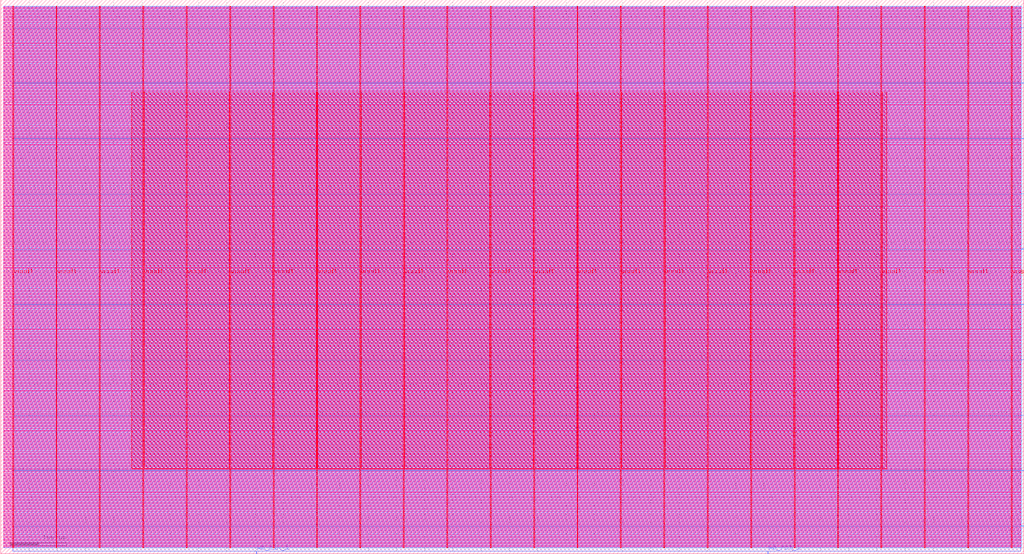
<source format=lef>
VERSION 5.7 ;
  NOWIREEXTENSIONATPIN ON ;
  DIVIDERCHAR "/" ;
  BUSBITCHARS "[]" ;
MACRO SLOPEDETECT
  CLASS BLOCK ;
  FOREIGN SLOPEDETECT ;
  ORIGIN 0.000 0.000 ;
  SIZE 1810.000 BY 980.000 ;
  PIN io_in[0]
    DIRECTION INPUT ;
    USE SIGNAL ;
    ANTENNAGATEAREA 0.196500 ;
    PORT
      LAYER met3 ;
        RECT 1806.000 49.000 1810.000 49.600 ;
    END
  END io_in[0]
  PIN io_in[1]
    DIRECTION INPUT ;
    USE SIGNAL ;
    ANTENNAGATEAREA 0.495000 ;
    PORT
      LAYER met3 ;
        RECT 1806.000 342.760 1810.000 343.360 ;
    END
  END io_in[1]
  PIN io_oeb[0]
    DIRECTION OUTPUT TRISTATE ;
    USE SIGNAL ;
    PORT
      LAYER met3 ;
        RECT 1806.000 244.840 1810.000 245.440 ;
    END
  END io_oeb[0]
  PIN io_oeb[1]
    DIRECTION OUTPUT TRISTATE ;
    USE SIGNAL ;
    PORT
      LAYER met3 ;
        RECT 1806.000 538.600 1810.000 539.200 ;
    END
  END io_oeb[1]
  PIN io_oeb[2]
    DIRECTION OUTPUT TRISTATE ;
    USE SIGNAL ;
    PORT
      LAYER met3 ;
        RECT 1806.000 734.440 1810.000 735.040 ;
    END
  END io_oeb[2]
  PIN io_oeb[3]
    DIRECTION OUTPUT TRISTATE ;
    USE SIGNAL ;
    PORT
      LAYER met3 ;
        RECT 1806.000 930.280 1810.000 930.880 ;
    END
  END io_oeb[3]
  PIN io_out[0]
    DIRECTION OUTPUT TRISTATE ;
    USE SIGNAL ;
    ANTENNADIFFAREA 2.673000 ;
    PORT
      LAYER met3 ;
        RECT 1806.000 146.920 1810.000 147.520 ;
    END
  END io_out[0]
  PIN io_out[1]
    DIRECTION OUTPUT TRISTATE ;
    USE SIGNAL ;
    ANTENNADIFFAREA 2.673000 ;
    PORT
      LAYER met3 ;
        RECT 1806.000 440.680 1810.000 441.280 ;
    END
  END io_out[1]
  PIN io_out[2]
    DIRECTION OUTPUT TRISTATE ;
    USE SIGNAL ;
    ANTENNADIFFAREA 2.673000 ;
    PORT
      LAYER met3 ;
        RECT 1806.000 636.520 1810.000 637.120 ;
    END
  END io_out[2]
  PIN io_out[3]
    DIRECTION OUTPUT TRISTATE ;
    USE SIGNAL ;
    ANTENNADIFFAREA 2.673000 ;
    PORT
      LAYER met3 ;
        RECT 1806.000 832.360 1810.000 832.960 ;
    END
  END io_out[3]
  PIN vccd1
    DIRECTION INOUT ;
    USE POWER ;
    PORT
      LAYER met4 ;
        RECT 21.040 10.640 22.640 968.560 ;
    END
    PORT
      LAYER met4 ;
        RECT 174.640 10.640 176.240 968.560 ;
    END
    PORT
      LAYER met4 ;
        RECT 328.240 10.640 329.840 968.560 ;
    END
    PORT
      LAYER met4 ;
        RECT 481.840 10.640 483.440 968.560 ;
    END
    PORT
      LAYER met4 ;
        RECT 635.440 10.640 637.040 968.560 ;
    END
    PORT
      LAYER met4 ;
        RECT 789.040 10.640 790.640 968.560 ;
    END
    PORT
      LAYER met4 ;
        RECT 942.640 10.640 944.240 968.560 ;
    END
    PORT
      LAYER met4 ;
        RECT 1096.240 10.640 1097.840 968.560 ;
    END
    PORT
      LAYER met4 ;
        RECT 1249.840 10.640 1251.440 968.560 ;
    END
    PORT
      LAYER met4 ;
        RECT 1403.440 10.640 1405.040 968.560 ;
    END
    PORT
      LAYER met4 ;
        RECT 1557.040 10.640 1558.640 968.560 ;
    END
    PORT
      LAYER met4 ;
        RECT 1710.640 10.640 1712.240 968.560 ;
    END
  END vccd1
  PIN vssd1
    DIRECTION INOUT ;
    USE GROUND ;
    PORT
      LAYER met4 ;
        RECT 97.840 10.640 99.440 968.560 ;
    END
    PORT
      LAYER met4 ;
        RECT 251.440 10.640 253.040 968.560 ;
    END
    PORT
      LAYER met4 ;
        RECT 405.040 10.640 406.640 968.560 ;
    END
    PORT
      LAYER met4 ;
        RECT 558.640 10.640 560.240 968.560 ;
    END
    PORT
      LAYER met4 ;
        RECT 712.240 10.640 713.840 968.560 ;
    END
    PORT
      LAYER met4 ;
        RECT 865.840 10.640 867.440 968.560 ;
    END
    PORT
      LAYER met4 ;
        RECT 1019.440 10.640 1021.040 968.560 ;
    END
    PORT
      LAYER met4 ;
        RECT 1173.040 10.640 1174.640 968.560 ;
    END
    PORT
      LAYER met4 ;
        RECT 1326.640 10.640 1328.240 968.560 ;
    END
    PORT
      LAYER met4 ;
        RECT 1480.240 10.640 1481.840 968.560 ;
    END
    PORT
      LAYER met4 ;
        RECT 1633.840 10.640 1635.440 968.560 ;
    END
    PORT
      LAYER met4 ;
        RECT 1787.440 10.640 1789.040 968.560 ;
    END
  END vssd1
  PIN wb_clk_i
    DIRECTION INPUT ;
    USE SIGNAL ;
    ANTENNAGATEAREA 0.852000 ;
    PORT
      LAYER met2 ;
        RECT 452.270 0.000 452.550 4.000 ;
    END
  END wb_clk_i
  PIN wb_rst_i
    DIRECTION INPUT ;
    USE SIGNAL ;
    ANTENNAGATEAREA 0.742500 ;
    PORT
      LAYER met2 ;
        RECT 1357.090 0.000 1357.370 4.000 ;
    END
  END wb_rst_i
  OBS
      LAYER nwell ;
        RECT 5.330 964.185 1804.310 967.015 ;
        RECT 5.330 958.745 1804.310 961.575 ;
        RECT 5.330 953.305 1804.310 956.135 ;
        RECT 5.330 947.865 1804.310 950.695 ;
        RECT 5.330 942.425 1804.310 945.255 ;
        RECT 5.330 936.985 1804.310 939.815 ;
        RECT 5.330 931.545 1804.310 934.375 ;
        RECT 5.330 926.105 1804.310 928.935 ;
        RECT 5.330 920.665 1804.310 923.495 ;
        RECT 5.330 915.225 1804.310 918.055 ;
        RECT 5.330 909.785 1804.310 912.615 ;
        RECT 5.330 904.345 1804.310 907.175 ;
        RECT 5.330 898.905 1804.310 901.735 ;
        RECT 5.330 893.465 1804.310 896.295 ;
        RECT 5.330 888.025 1804.310 890.855 ;
        RECT 5.330 882.585 1804.310 885.415 ;
        RECT 5.330 877.145 1804.310 879.975 ;
        RECT 5.330 871.705 1804.310 874.535 ;
        RECT 5.330 866.265 1804.310 869.095 ;
        RECT 5.330 860.825 1804.310 863.655 ;
        RECT 5.330 855.385 1804.310 858.215 ;
        RECT 5.330 849.945 1804.310 852.775 ;
        RECT 5.330 844.505 1804.310 847.335 ;
        RECT 5.330 839.065 1804.310 841.895 ;
        RECT 5.330 833.625 1804.310 836.455 ;
        RECT 5.330 828.185 1804.310 831.015 ;
        RECT 5.330 822.745 1804.310 825.575 ;
        RECT 5.330 817.305 1804.310 820.135 ;
        RECT 5.330 811.865 1804.310 814.695 ;
        RECT 5.330 806.425 1804.310 809.255 ;
        RECT 5.330 800.985 1804.310 803.815 ;
        RECT 5.330 795.545 1804.310 798.375 ;
        RECT 5.330 790.105 1804.310 792.935 ;
        RECT 5.330 784.665 1804.310 787.495 ;
        RECT 5.330 779.225 1804.310 782.055 ;
        RECT 5.330 773.785 1804.310 776.615 ;
        RECT 5.330 768.345 1804.310 771.175 ;
        RECT 5.330 762.905 1804.310 765.735 ;
        RECT 5.330 757.465 1804.310 760.295 ;
        RECT 5.330 752.025 1804.310 754.855 ;
        RECT 5.330 746.585 1804.310 749.415 ;
        RECT 5.330 741.145 1804.310 743.975 ;
        RECT 5.330 735.705 1804.310 738.535 ;
        RECT 5.330 730.265 1804.310 733.095 ;
        RECT 5.330 724.825 1804.310 727.655 ;
        RECT 5.330 719.385 1804.310 722.215 ;
        RECT 5.330 713.945 1804.310 716.775 ;
        RECT 5.330 708.505 1804.310 711.335 ;
        RECT 5.330 703.065 1804.310 705.895 ;
        RECT 5.330 697.625 1804.310 700.455 ;
        RECT 5.330 692.185 1804.310 695.015 ;
        RECT 5.330 686.745 1804.310 689.575 ;
        RECT 5.330 681.305 1804.310 684.135 ;
        RECT 5.330 675.865 1804.310 678.695 ;
        RECT 5.330 670.425 1804.310 673.255 ;
        RECT 5.330 664.985 1804.310 667.815 ;
        RECT 5.330 659.545 1804.310 662.375 ;
        RECT 5.330 654.105 1804.310 656.935 ;
        RECT 5.330 648.665 1804.310 651.495 ;
        RECT 5.330 643.225 1804.310 646.055 ;
        RECT 5.330 637.785 1804.310 640.615 ;
        RECT 5.330 632.345 1804.310 635.175 ;
        RECT 5.330 626.905 1804.310 629.735 ;
        RECT 5.330 621.465 1804.310 624.295 ;
        RECT 5.330 616.025 1804.310 618.855 ;
        RECT 5.330 610.585 1804.310 613.415 ;
        RECT 5.330 605.145 1804.310 607.975 ;
        RECT 5.330 599.705 1804.310 602.535 ;
        RECT 5.330 594.265 1804.310 597.095 ;
        RECT 5.330 588.825 1804.310 591.655 ;
        RECT 5.330 583.385 1804.310 586.215 ;
        RECT 5.330 577.945 1804.310 580.775 ;
        RECT 5.330 572.505 1804.310 575.335 ;
        RECT 5.330 567.065 1804.310 569.895 ;
        RECT 5.330 561.625 1804.310 564.455 ;
        RECT 5.330 556.185 1804.310 559.015 ;
        RECT 5.330 550.745 1804.310 553.575 ;
        RECT 5.330 545.305 1804.310 548.135 ;
        RECT 5.330 539.865 1804.310 542.695 ;
        RECT 5.330 534.425 1804.310 537.255 ;
        RECT 5.330 528.985 1804.310 531.815 ;
        RECT 5.330 523.545 1804.310 526.375 ;
        RECT 5.330 518.105 1804.310 520.935 ;
        RECT 5.330 512.665 1804.310 515.495 ;
        RECT 5.330 507.225 1804.310 510.055 ;
        RECT 5.330 501.785 1804.310 504.615 ;
        RECT 5.330 496.345 1804.310 499.175 ;
        RECT 5.330 490.905 1804.310 493.735 ;
        RECT 5.330 485.465 1804.310 488.295 ;
        RECT 5.330 480.025 1804.310 482.855 ;
        RECT 5.330 474.585 1804.310 477.415 ;
        RECT 5.330 469.145 1804.310 471.975 ;
        RECT 5.330 463.705 1804.310 466.535 ;
        RECT 5.330 458.265 1804.310 461.095 ;
        RECT 5.330 452.825 1804.310 455.655 ;
        RECT 5.330 447.385 1804.310 450.215 ;
        RECT 5.330 441.945 1804.310 444.775 ;
        RECT 5.330 436.505 1804.310 439.335 ;
        RECT 5.330 431.065 1804.310 433.895 ;
        RECT 5.330 425.625 1804.310 428.455 ;
        RECT 5.330 420.185 1804.310 423.015 ;
        RECT 5.330 414.745 1804.310 417.575 ;
        RECT 5.330 409.305 1804.310 412.135 ;
        RECT 5.330 403.865 1804.310 406.695 ;
        RECT 5.330 398.425 1804.310 401.255 ;
        RECT 5.330 392.985 1804.310 395.815 ;
        RECT 5.330 387.545 1804.310 390.375 ;
        RECT 5.330 382.105 1804.310 384.935 ;
        RECT 5.330 376.665 1804.310 379.495 ;
        RECT 5.330 371.225 1804.310 374.055 ;
        RECT 5.330 365.785 1804.310 368.615 ;
        RECT 5.330 360.345 1804.310 363.175 ;
        RECT 5.330 354.905 1804.310 357.735 ;
        RECT 5.330 349.465 1804.310 352.295 ;
        RECT 5.330 344.025 1804.310 346.855 ;
        RECT 5.330 338.585 1804.310 341.415 ;
        RECT 5.330 333.145 1804.310 335.975 ;
        RECT 5.330 327.705 1804.310 330.535 ;
        RECT 5.330 322.265 1804.310 325.095 ;
        RECT 5.330 316.825 1804.310 319.655 ;
        RECT 5.330 311.385 1804.310 314.215 ;
        RECT 5.330 305.945 1804.310 308.775 ;
        RECT 5.330 300.505 1804.310 303.335 ;
        RECT 5.330 295.065 1804.310 297.895 ;
        RECT 5.330 289.625 1804.310 292.455 ;
        RECT 5.330 284.185 1804.310 287.015 ;
        RECT 5.330 278.745 1804.310 281.575 ;
        RECT 5.330 273.305 1804.310 276.135 ;
        RECT 5.330 267.865 1804.310 270.695 ;
        RECT 5.330 262.425 1804.310 265.255 ;
        RECT 5.330 256.985 1804.310 259.815 ;
        RECT 5.330 251.545 1804.310 254.375 ;
        RECT 5.330 246.105 1804.310 248.935 ;
        RECT 5.330 240.665 1804.310 243.495 ;
        RECT 5.330 235.225 1804.310 238.055 ;
        RECT 5.330 229.785 1804.310 232.615 ;
        RECT 5.330 224.345 1804.310 227.175 ;
        RECT 5.330 218.905 1804.310 221.735 ;
        RECT 5.330 213.465 1804.310 216.295 ;
        RECT 5.330 208.025 1804.310 210.855 ;
        RECT 5.330 202.585 1804.310 205.415 ;
        RECT 5.330 197.145 1804.310 199.975 ;
        RECT 5.330 191.705 1804.310 194.535 ;
        RECT 5.330 186.265 1804.310 189.095 ;
        RECT 5.330 180.825 1804.310 183.655 ;
        RECT 5.330 175.385 1804.310 178.215 ;
        RECT 5.330 169.945 1804.310 172.775 ;
        RECT 5.330 164.505 1804.310 167.335 ;
        RECT 5.330 159.065 1804.310 161.895 ;
        RECT 5.330 153.625 1804.310 156.455 ;
        RECT 5.330 148.185 1804.310 151.015 ;
        RECT 5.330 142.745 1804.310 145.575 ;
        RECT 5.330 137.305 1804.310 140.135 ;
        RECT 5.330 131.865 1804.310 134.695 ;
        RECT 5.330 126.425 1804.310 129.255 ;
        RECT 5.330 120.985 1804.310 123.815 ;
        RECT 5.330 115.545 1804.310 118.375 ;
        RECT 5.330 110.105 1804.310 112.935 ;
        RECT 5.330 104.665 1804.310 107.495 ;
        RECT 5.330 99.225 1804.310 102.055 ;
        RECT 5.330 93.785 1804.310 96.615 ;
        RECT 5.330 88.345 1804.310 91.175 ;
        RECT 5.330 82.905 1804.310 85.735 ;
        RECT 5.330 77.465 1804.310 80.295 ;
        RECT 5.330 72.025 1804.310 74.855 ;
        RECT 5.330 66.585 1804.310 69.415 ;
        RECT 5.330 61.145 1804.310 63.975 ;
        RECT 5.330 55.705 1804.310 58.535 ;
        RECT 5.330 50.265 1804.310 53.095 ;
        RECT 5.330 44.825 1804.310 47.655 ;
        RECT 5.330 39.385 1804.310 42.215 ;
        RECT 5.330 33.945 1804.310 36.775 ;
        RECT 5.330 28.505 1804.310 31.335 ;
        RECT 5.330 23.065 1804.310 25.895 ;
        RECT 5.330 17.625 1804.310 20.455 ;
        RECT 5.330 12.185 1804.310 15.015 ;
      LAYER li1 ;
        RECT 5.520 10.795 1804.120 968.405 ;
      LAYER met1 ;
        RECT 5.520 10.640 1804.420 968.560 ;
      LAYER met2 ;
        RECT 21.070 4.280 1804.030 968.505 ;
        RECT 21.070 4.000 451.990 4.280 ;
        RECT 452.830 4.000 1356.810 4.280 ;
        RECT 1357.650 4.000 1804.030 4.280 ;
      LAYER met3 ;
        RECT 21.050 931.280 1806.000 968.485 ;
        RECT 21.050 929.880 1805.600 931.280 ;
        RECT 21.050 833.360 1806.000 929.880 ;
        RECT 21.050 831.960 1805.600 833.360 ;
        RECT 21.050 735.440 1806.000 831.960 ;
        RECT 21.050 734.040 1805.600 735.440 ;
        RECT 21.050 637.520 1806.000 734.040 ;
        RECT 21.050 636.120 1805.600 637.520 ;
        RECT 21.050 539.600 1806.000 636.120 ;
        RECT 21.050 538.200 1805.600 539.600 ;
        RECT 21.050 441.680 1806.000 538.200 ;
        RECT 21.050 440.280 1805.600 441.680 ;
        RECT 21.050 343.760 1806.000 440.280 ;
        RECT 21.050 342.360 1805.600 343.760 ;
        RECT 21.050 245.840 1806.000 342.360 ;
        RECT 21.050 244.440 1805.600 245.840 ;
        RECT 21.050 147.920 1806.000 244.440 ;
        RECT 21.050 146.520 1805.600 147.920 ;
        RECT 21.050 50.000 1806.000 146.520 ;
        RECT 21.050 48.600 1805.600 50.000 ;
        RECT 21.050 10.715 1806.000 48.600 ;
      LAYER met4 ;
        RECT 232.135 150.455 251.040 817.185 ;
        RECT 253.440 150.455 327.840 817.185 ;
        RECT 330.240 150.455 404.640 817.185 ;
        RECT 407.040 150.455 481.440 817.185 ;
        RECT 483.840 150.455 558.240 817.185 ;
        RECT 560.640 150.455 635.040 817.185 ;
        RECT 637.440 150.455 711.840 817.185 ;
        RECT 714.240 150.455 788.640 817.185 ;
        RECT 791.040 150.455 865.440 817.185 ;
        RECT 867.840 150.455 942.240 817.185 ;
        RECT 944.640 150.455 1019.040 817.185 ;
        RECT 1021.440 150.455 1095.840 817.185 ;
        RECT 1098.240 150.455 1172.640 817.185 ;
        RECT 1175.040 150.455 1249.440 817.185 ;
        RECT 1251.840 150.455 1326.240 817.185 ;
        RECT 1328.640 150.455 1403.040 817.185 ;
        RECT 1405.440 150.455 1479.840 817.185 ;
        RECT 1482.240 150.455 1556.640 817.185 ;
        RECT 1559.040 150.455 1567.385 817.185 ;
  END
END SLOPEDETECT
END LIBRARY


</source>
